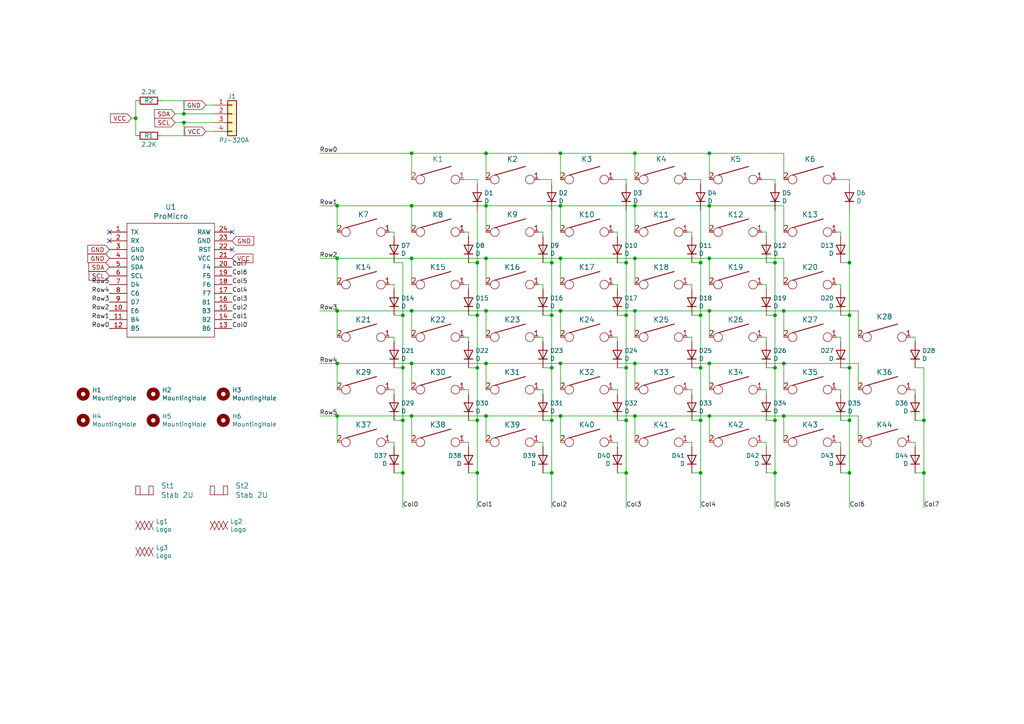
<source format=kicad_sch>
(kicad_sch (version 20230121) (generator eeschema)
  (paper "A4")
  (title_block (title "ErgoMax - Right side PCB") (date "2019-02-14") (company "Louwii"))
  (lib_symbols
    (symbol "Connector_Generic:Conn_01x04" (pin_names (offset 1.016) hide)
      (property "Reference" "J" (at 0 5.08 0))
      (property "Value" "Conn_01x04" (at 0 -7.62 0))
      (symbol "Conn_01x04_1_1"
        (pin passive line (at -5.08 2.54 0) (length 3.81) (name "Pin_1") (number "1"))
        (pin passive line (at -5.08 0 0) (length 3.81) (name "Pin_2") (number "2"))
        (pin passive line (at -5.08 -2.54 0) (length 3.81) (name "Pin_3") (number "3"))
        (pin passive line (at -5.08 -5.08 0) (length 3.81) (name "Pin_4") (number "4"))
      )
    )
    (symbol "Device:D" (pin_numbers hide) (pin_names (offset 1.016) hide)
      (property "Reference" "D" (at 0 2.54 0))
      (property "Value" "D" (at 0 -2.54 0))
      (symbol "D_1_1"
        (pin passive line (at -3.81 0 0) (length 2.54) (name "K") (number "1"))
        (pin passive line (at 3.81 0 180) (length 2.54) (name "A") (number "2"))
      )
    )
    (symbol "Device:R" (pin_numbers hide) (pin_names (offset 0))
      (property "Reference" "R" (at 2.032 0 90))
      (property "Value" "R" (at 0 0 90))
      (symbol "R_1_1"
        (pin passive line (at 0 3.81 270) (length 1.27) (name "~") (number "1"))
        (pin passive line (at 0 -3.81 90) (length 1.27) (name "~") (number "2"))
      )
    )
    (symbol "ErgoMax:Logo" (pin_names (offset 1.016))
      (property "Reference" "Lg" (at 0 -2.54 0))
      (property "Value" "ErgoMax_Logo" (at 0 2.54 0))
    )
    (symbol "ErgoMax:Stabilizer" (pin_names (offset 1.016))
      (property "Reference" "St" (at 0 -2.54 0))
      (property "Value" "ErgoMax_Stabilizer" (at 0 2.54 0))
    )
    (symbol "Mechanical:MountingHole" (pin_names (offset 1.016))
      (property "Reference" "H" (at 0 5.08 0))
      (property "Value" "MountingHole" (at 0 3.175 0))
    )
    (symbol "keyboard_parts:KEYSW" (pin_names (offset 1.016))
      (property "Reference" "K?" (at -1.27 0 0))
      (symbol "KEYSW_1_1"
        (pin passive line (at 7.62 0 180) (length 1.27) (name "~") (number "1"))
        (pin passive line (at -7.62 0 0) (length 1.27) (name "~") (number "2"))
      )
    )
    (symbol "promicro:ProMicro" (pin_names (offset 1.016))
      (property "Reference" "U" (at 0 24.13 0))
      (property "Value" "promicro_ProMicro" (at 0 -13.97 0))
      (symbol "ProMicro_1_1"
        (pin bidirectional line (at -17.78 19.05 0) (length 5.08) (name "TX") (number "1"))
        (pin bidirectional line (at -17.78 -3.81 0) (length 5.08) (name "E6") (number "10"))
        (pin bidirectional line (at -17.78 -6.35 0) (length 5.08) (name "B4") (number "11"))
        (pin bidirectional line (at -17.78 -8.89 0) (length 5.08) (name "B5") (number "12"))
        (pin bidirectional line (at 17.78 -8.89 180) (length 5.08) (name "B6") (number "13"))
        (pin bidirectional line (at 17.78 -6.35 180) (length 5.08) (name "B2") (number "14"))
        (pin bidirectional line (at 17.78 -3.81 180) (length 5.08) (name "B3") (number "15"))
        (pin bidirectional line (at 17.78 -1.27 180) (length 5.08) (name "B1") (number "16"))
        (pin bidirectional line (at 17.78 1.27 180) (length 5.08) (name "F7") (number "17"))
        (pin bidirectional line (at 17.78 3.81 180) (length 5.08) (name "F6") (number "18"))
        (pin bidirectional line (at 17.78 6.35 180) (length 5.08) (name "F5") (number "19"))
        (pin bidirectional line (at -17.78 16.51 0) (length 5.08) (name "RX") (number "2"))
        (pin bidirectional line (at 17.78 8.89 180) (length 5.08) (name "F4") (number "20"))
        (pin power_out line (at 17.78 11.43 180) (length 5.08) (name "VCC") (number "21"))
        (pin input line (at 17.78 13.97 180) (length 5.08) (name "RST") (number "22"))
        (pin power_in line (at 17.78 16.51 180) (length 5.08) (name "GND") (number "23"))
        (pin power_out line (at 17.78 19.05 180) (length 5.08) (name "RAW") (number "24"))
        (pin power_in line (at -17.78 13.97 0) (length 5.08) (name "GND") (number "3"))
        (pin power_in line (at -17.78 11.43 0) (length 5.08) (name "GND") (number "4"))
        (pin bidirectional line (at -17.78 8.89 0) (length 5.08) (name "SDA") (number "5"))
        (pin bidirectional line (at -17.78 6.35 0) (length 5.08) (name "SCL") (number "6"))
        (pin bidirectional line (at -17.78 3.81 0) (length 5.08) (name "D4") (number "7"))
        (pin bidirectional line (at -17.78 1.27 0) (length 5.08) (name "C6") (number "8"))
        (pin bidirectional line (at -17.78 -1.27 0) (length 5.08) (name "D7") (number "9"))
      )
    )
  )
  (junction (at 160.02 121.92))
  (junction (at 116.84 121.92))
  (junction (at 160.02 76.2))
  (junction (at 97.79 120.65))
  (junction (at 140.97 105.41))
  (junction (at 203.2 106.68))
  (junction (at 162.56 44.45))
  (junction (at 205.74 74.93))
  (junction (at 39.37 34.29))
  (junction (at 140.97 120.65))
  (junction (at 119.38 59.69))
  (junction (at 184.15 90.17))
  (junction (at 138.43 91.44))
  (junction (at 138.43 76.2))
  (junction (at 203.2 91.44))
  (junction (at 205.74 90.17))
  (junction (at 203.2 76.2))
  (junction (at 97.79 105.41))
  (junction (at 140.97 59.69))
  (junction (at 224.79 137.16))
  (junction (at 203.2 137.16))
  (junction (at 184.15 105.41))
  (junction (at 116.84 91.44))
  (junction (at 267.97 121.92))
  (junction (at 227.33 120.65))
  (junction (at 246.38 91.44))
  (junction (at 205.74 44.45))
  (junction (at 160.02 137.16))
  (junction (at 181.61 76.2))
  (junction (at 246.38 76.2))
  (junction (at 205.74 105.41))
  (junction (at 227.33 105.41))
  (junction (at 119.38 90.17))
  (junction (at 162.56 90.17))
  (junction (at 224.79 121.92))
  (junction (at 97.79 74.93))
  (junction (at 140.97 44.45))
  (junction (at 181.61 137.16))
  (junction (at 97.79 59.69))
  (junction (at 138.43 137.16))
  (junction (at 119.38 74.93))
  (junction (at 116.84 106.68))
  (junction (at 138.43 121.92))
  (junction (at 246.38 106.68))
  (junction (at 162.56 74.93))
  (junction (at 184.15 44.45))
  (junction (at 203.2 121.92))
  (junction (at 140.97 90.17))
  (junction (at 162.56 59.69))
  (junction (at 119.38 105.41))
  (junction (at 116.84 137.16))
  (junction (at 162.56 120.65))
  (junction (at 97.79 90.17))
  (junction (at 224.79 106.68))
  (junction (at 53.34 35.56))
  (junction (at 138.43 106.68))
  (junction (at 205.74 59.69))
  (junction (at 227.33 90.17))
  (junction (at 205.74 120.65))
  (junction (at 246.38 137.16))
  (junction (at 184.15 120.65))
  (junction (at 181.61 106.68))
  (junction (at 224.79 91.44))
  (junction (at 184.15 74.93))
  (junction (at 181.61 121.92))
  (junction (at 224.79 76.2))
  (junction (at 267.97 137.16))
  (junction (at 181.61 91.44))
  (junction (at 140.97 74.93))
  (junction (at 119.38 44.45))
  (junction (at 246.38 121.92))
  (junction (at 184.15 59.69))
  (junction (at 160.02 106.68))
  (junction (at 162.56 105.41))
  (junction (at 160.02 91.44))
  (junction (at 119.38 120.65))
  (junction (at 53.34 33.02))
  (no_connect (at 31.75 69.85))
  (no_connect (at 67.31 67.31))
  (no_connect (at 31.75 67.31))
  (no_connect (at 67.31 72.39))
  (wire (pts (xy 97.79 67.31) (xy 97.79 59.69)))
  (wire (pts (xy 135.89 128.27) (xy 135.89 129.54)))
  (wire (pts (xy 179.07 137.16) (xy 181.61 137.16)))
  (wire (pts (xy 243.84 76.2) (xy 246.38 76.2)))
  (wire (pts (xy 134.62 97.79) (xy 135.89 97.79)))
  (wire (pts (xy 222.25 82.55) (xy 222.25 83.82)))
  (wire (pts (xy 113.03 113.03) (xy 114.3 113.03)))
  (wire (pts (xy 224.79 121.92) (xy 224.79 137.16)))
  (wire (pts (xy 203.2 76.2) (xy 203.2 91.44)))
  (wire (pts (xy 222.25 121.92) (xy 224.79 121.92)))
  (wire (pts (xy 265.43 113.03) (xy 265.43 114.3)))
  (wire (pts (xy 113.03 97.79) (xy 114.3 97.79)))
  (wire (pts (xy 138.43 137.16) (xy 138.43 147.32)))
  (wire (pts (xy 140.97 120.65) (xy 119.38 120.65)))
  (wire (pts (xy 59.69 30.48) (xy 62.23 30.48)))
  (wire (pts (xy 246.38 76.2) (xy 246.38 91.44)))
  (wire (pts (xy 227.33 52.07) (xy 227.33 44.45)))
  (wire (pts (xy 267.97 106.68) (xy 267.97 121.92)))
  (wire (pts (xy 199.39 113.03) (xy 200.66 113.03)))
  (wire (pts (xy 265.43 128.27) (xy 265.43 129.54)))
  (wire (pts (xy 157.48 82.55) (xy 157.48 83.82)))
  (wire (pts (xy 184.15 82.55) (xy 184.15 74.93)))
  (wire (pts (xy 181.61 121.92) (xy 181.61 137.16)))
  (wire (pts (xy 140.97 113.03) (xy 140.97 105.41)))
  (wire (pts (xy 205.74 105.41) (xy 184.15 105.41)))
  (wire (pts (xy 184.15 97.79) (xy 184.15 90.17)))
  (wire (pts (xy 200.66 91.44) (xy 203.2 91.44)))
  (wire (pts (xy 181.61 106.68) (xy 181.61 121.92)))
  (wire (pts (xy 224.79 137.16) (xy 224.79 147.32)))
  (wire (pts (xy 135.89 106.68) (xy 138.43 106.68)))
  (wire (pts (xy 162.56 128.27) (xy 162.56 120.65)))
  (wire (pts (xy 179.07 97.79) (xy 179.07 99.06)))
  (wire (pts (xy 156.21 113.03) (xy 157.48 113.03)))
  (wire (pts (xy 157.48 137.16) (xy 160.02 137.16)))
  (wire (pts (xy 138.43 52.07) (xy 138.43 53.34)))
  (wire (pts (xy 157.48 91.44) (xy 160.02 91.44)))
  (wire (pts (xy 177.8 128.27) (xy 179.07 128.27)))
  (wire (pts (xy 46.99 29.21) (xy 53.34 29.21)))
  (wire (pts (xy 222.25 97.79) (xy 222.25 99.06)))
  (wire (pts (xy 222.25 67.31) (xy 222.25 68.58)))
  (wire (pts (xy 205.74 52.07) (xy 205.74 44.45)))
  (wire (pts (xy 184.15 59.69) (xy 162.56 59.69)))
  (wire (pts (xy 243.84 114.3) (xy 243.84 113.03)))
  (wire (pts (xy 200.66 82.55) (xy 200.66 83.82)))
  (wire (pts (xy 135.89 113.03) (xy 135.89 114.3)))
  (wire (pts (xy 134.62 128.27) (xy 135.89 128.27)))
  (wire (pts (xy 220.98 97.79) (xy 222.25 97.79)))
  (wire (pts (xy 160.02 106.68) (xy 160.02 121.92)))
  (wire (pts (xy 267.97 121.92) (xy 267.97 137.16)))
  (wire (pts (xy 243.84 137.16) (xy 246.38 137.16)))
  (wire (pts (xy 97.79 97.79) (xy 97.79 90.17)))
  (wire (pts (xy 140.97 67.31) (xy 140.97 59.69)))
  (wire (pts (xy 184.15 120.65) (xy 162.56 120.65)))
  (wire (pts (xy 157.48 128.27) (xy 157.48 129.54)))
  (wire (pts (xy 184.15 113.03) (xy 184.15 105.41)))
  (wire (pts (xy 205.74 67.31) (xy 205.74 59.69)))
  (wire (pts (xy 113.03 67.31) (xy 114.3 67.31)))
  (wire (pts (xy 135.89 91.44) (xy 138.43 91.44)))
  (wire (pts (xy 265.43 106.68) (xy 267.97 106.68)))
  (wire (pts (xy 53.34 39.37) (xy 53.34 35.56)))
  (wire (pts (xy 113.03 128.27) (xy 114.3 128.27)))
  (wire (pts (xy 53.34 35.56) (xy 62.23 35.56)))
  (wire (pts (xy 114.3 82.55) (xy 114.3 83.82)))
  (wire (pts (xy 97.79 120.65) (xy 92.71 120.65)))
  (wire (pts (xy 140.97 59.69) (xy 162.56 59.69)))
  (wire (pts (xy 160.02 76.2) (xy 160.02 91.44)))
  (wire (pts (xy 248.92 120.65) (xy 227.33 120.65)))
  (wire (pts (xy 246.38 91.44) (xy 246.38 106.68)))
  (wire (pts (xy 220.98 128.27) (xy 222.25 128.27)))
  (wire (pts (xy 243.84 106.68) (xy 246.38 106.68)))
  (wire (pts (xy 162.56 82.55) (xy 162.56 74.93)))
  (wire (pts (xy 243.84 99.06) (xy 243.84 97.79)))
  (wire (pts (xy 220.98 113.03) (xy 222.25 113.03)))
  (wire (pts (xy 160.02 137.16) (xy 160.02 147.32)))
  (wire (pts (xy 205.74 44.45) (xy 184.15 44.45)))
  (wire (pts (xy 116.84 91.44) (xy 116.84 106.68)))
  (wire (pts (xy 246.38 60.96) (xy 246.38 76.2)))
  (wire (pts (xy 162.56 113.03) (xy 162.56 105.41)))
  (wire (pts (xy 97.79 59.69) (xy 119.38 59.69)))
  (wire (pts (xy 227.33 105.41) (xy 205.74 105.41)))
  (wire (pts (xy 179.07 121.92) (xy 181.61 121.92)))
  (wire (pts (xy 248.92 128.27) (xy 248.92 120.65)))
  (wire (pts (xy 203.2 121.92) (xy 203.2 137.16)))
  (wire (pts (xy 134.62 113.03) (xy 135.89 113.03)))
  (wire (pts (xy 157.48 106.68) (xy 160.02 106.68)))
  (wire (pts (xy 156.21 128.27) (xy 157.48 128.27)))
  (wire (pts (xy 177.8 97.79) (xy 179.07 97.79)))
  (wire (pts (xy 220.98 52.07) (xy 224.79 52.07)))
  (wire (pts (xy 220.98 82.55) (xy 222.25 82.55)))
  (wire (pts (xy 179.07 128.27) (xy 179.07 129.54)))
  (wire (pts (xy 243.84 68.58) (xy 243.84 67.31)))
  (wire (pts (xy 138.43 76.2) (xy 138.43 91.44)))
  (wire (pts (xy 246.38 52.07) (xy 246.38 53.34)))
  (wire (pts (xy 199.39 52.07) (xy 203.2 52.07)))
  (wire (pts (xy 157.48 121.92) (xy 160.02 121.92)))
  (wire (pts (xy 265.43 97.79) (xy 265.43 99.06)))
  (wire (pts (xy 205.74 97.79) (xy 205.74 90.17)))
  (wire (pts (xy 97.79 90.17) (xy 92.71 90.17)))
  (wire (pts (xy 119.38 113.03) (xy 119.38 105.41)))
  (wire (pts (xy 97.79 113.03) (xy 97.79 105.41)))
  (wire (pts (xy 156.21 82.55) (xy 157.48 82.55)))
  (wire (pts (xy 157.48 67.31) (xy 157.48 68.58)))
  (wire (pts (xy 177.8 113.03) (xy 179.07 113.03)))
  (wire (pts (xy 92.71 59.69) (xy 97.79 59.69)))
  (wire (pts (xy 135.89 82.55) (xy 135.89 83.82)))
  (wire (pts (xy 140.97 52.07) (xy 140.97 44.45)))
  (wire (pts (xy 264.16 97.79) (xy 265.43 97.79)))
  (wire (pts (xy 184.15 74.93) (xy 162.56 74.93)))
  (wire (pts (xy 205.74 113.03) (xy 205.74 105.41)))
  (wire (pts (xy 222.25 137.16) (xy 224.79 137.16)))
  (wire (pts (xy 181.61 53.34) (xy 181.61 52.07)))
  (wire (pts (xy 200.66 97.79) (xy 200.66 99.06)))
  (wire (pts (xy 162.56 74.93) (xy 140.97 74.93)))
  (wire (pts (xy 184.15 67.31) (xy 184.15 59.69)))
  (wire (pts (xy 140.97 90.17) (xy 119.38 90.17)))
  (wire (pts (xy 199.39 67.31) (xy 200.66 67.31)))
  (wire (pts (xy 135.89 67.31) (xy 135.89 68.58)))
  (wire (pts (xy 134.62 52.07) (xy 138.43 52.07)))
  (wire (pts (xy 205.74 128.27) (xy 205.74 120.65)))
  (wire (pts (xy 203.2 137.16) (xy 203.2 147.32)))
  (wire (pts (xy 203.2 91.44) (xy 203.2 106.68)))
  (wire (pts (xy 227.33 97.79) (xy 227.33 90.17)))
  (wire (pts (xy 135.89 97.79) (xy 135.89 99.06)))
  (wire (pts (xy 157.48 113.03) (xy 157.48 114.3)))
  (wire (pts (xy 134.62 67.31) (xy 135.89 67.31)))
  (wire (pts (xy 53.34 33.02) (xy 62.23 33.02)))
  (wire (pts (xy 184.15 128.27) (xy 184.15 120.65)))
  (wire (pts (xy 135.89 121.92) (xy 138.43 121.92)))
  (wire (pts (xy 181.61 137.16) (xy 181.61 147.32)))
  (wire (pts (xy 138.43 106.68) (xy 138.43 121.92)))
  (wire (pts (xy 265.43 121.92) (xy 267.97 121.92)))
  (wire (pts (xy 199.39 97.79) (xy 200.66 97.79)))
  (wire (pts (xy 200.66 113.03) (xy 200.66 114.3)))
  (wire (pts (xy 242.57 52.07) (xy 246.38 52.07)))
  (wire (pts (xy 50.8 35.56) (xy 53.34 35.56)))
  (wire (pts (xy 46.99 39.37) (xy 53.34 39.37)))
  (wire (pts (xy 135.89 137.16) (xy 138.43 137.16)))
  (wire (pts (xy 242.57 67.31) (xy 243.84 67.31)))
  (wire (pts (xy 135.89 76.2) (xy 138.43 76.2)))
  (wire (pts (xy 138.43 60.96) (xy 138.43 76.2)))
  (wire (pts (xy 113.03 82.55) (xy 114.3 82.55)))
  (wire (pts (xy 199.39 82.55) (xy 200.66 82.55)))
  (wire (pts (xy 181.61 91.44) (xy 181.61 106.68)))
  (wire (pts (xy 114.3 91.44) (xy 116.84 91.44)))
  (wire (pts (xy 119.38 97.79) (xy 119.38 90.17)))
  (wire (pts (xy 179.07 113.03) (xy 179.07 114.3)))
  (wire (pts (xy 160.02 121.92) (xy 160.02 137.16)))
  (wire (pts (xy 162.56 52.07) (xy 162.56 44.45)))
  (wire (pts (xy 227.33 59.69) (xy 205.74 59.69)))
  (wire (pts (xy 200.66 67.31) (xy 200.66 68.58)))
  (wire (pts (xy 114.3 137.16) (xy 116.84 137.16)))
  (wire (pts (xy 138.43 91.44) (xy 138.43 106.68)))
  (wire (pts (xy 222.25 76.2) (xy 224.79 76.2)))
  (wire (pts (xy 184.15 44.45) (xy 162.56 44.45)))
  (wire (pts (xy 264.16 128.27) (xy 265.43 128.27)))
  (wire (pts (xy 264.16 113.03) (xy 265.43 113.03)))
  (wire (pts (xy 246.38 137.16) (xy 246.38 147.32)))
  (wire (pts (xy 97.79 74.93) (xy 92.71 74.93)))
  (wire (pts (xy 205.74 74.93) (xy 184.15 74.93)))
  (wire (pts (xy 119.38 67.31) (xy 119.38 59.69)))
  (wire (pts (xy 243.84 121.92) (xy 246.38 121.92)))
  (wire (pts (xy 38.1 34.29) (xy 39.37 34.29)))
  (wire (pts (xy 200.66 121.92) (xy 203.2 121.92)))
  (wire (pts (xy 59.69 38.1) (xy 62.23 38.1)))
  (wire (pts (xy 97.79 105.41) (xy 92.71 105.41)))
  (wire (pts (xy 114.3 128.27) (xy 114.3 129.54)))
  (wire (pts (xy 265.43 137.16) (xy 267.97 137.16)))
  (wire (pts (xy 177.8 67.31) (xy 179.07 67.31)))
  (wire (pts (xy 92.71 44.45) (xy 119.38 44.45)))
  (wire (pts (xy 242.57 97.79) (xy 243.84 97.79)))
  (wire (pts (xy 200.66 106.68) (xy 203.2 106.68)))
  (wire (pts (xy 200.66 128.27) (xy 200.66 129.54)))
  (wire (pts (xy 119.38 82.55) (xy 119.38 74.93)))
  (wire (pts (xy 243.84 129.54) (xy 243.84 128.27)))
  (wire (pts (xy 227.33 120.65) (xy 205.74 120.65)))
  (wire (pts (xy 97.79 82.55) (xy 97.79 74.93)))
  (wire (pts (xy 246.38 106.68) (xy 246.38 121.92)))
  (wire (pts (xy 242.57 128.27) (xy 243.84 128.27)))
  (wire (pts (xy 39.37 34.29) (xy 39.37 29.21)))
  (wire (pts (xy 179.07 82.55) (xy 179.07 83.82)))
  (wire (pts (xy 53.34 29.21) (xy 53.34 33.02)))
  (wire (pts (xy 114.3 76.2) (xy 116.84 76.2)))
  (wire (pts (xy 114.3 121.92) (xy 116.84 121.92)))
  (wire (pts (xy 203.2 52.07) (xy 203.2 53.34)))
  (wire (pts (xy 119.38 74.93) (xy 97.79 74.93)))
  (wire (pts (xy 39.37 34.29) (xy 39.37 39.37)))
  (wire (pts (xy 199.39 128.27) (xy 200.66 128.27)))
  (wire (pts (xy 205.74 82.55) (xy 205.74 74.93)))
  (wire (pts (xy 267.97 137.16) (xy 267.97 147.32)))
  (wire (pts (xy 222.25 128.27) (xy 222.25 129.54)))
  (wire (pts (xy 157.48 97.79) (xy 157.48 99.06)))
  (wire (pts (xy 177.8 82.55) (xy 179.07 82.55)))
  (wire (pts (xy 156.21 97.79) (xy 157.48 97.79)))
  (wire (pts (xy 205.74 120.65) (xy 184.15 120.65)))
  (wire (pts (xy 114.3 113.03) (xy 114.3 114.3)))
  (wire (pts (xy 222.25 106.68) (xy 224.79 106.68)))
  (wire (pts (xy 162.56 105.41) (xy 140.97 105.41)))
  (wire (pts (xy 248.92 113.03) (xy 248.92 105.41)))
  (wire (pts (xy 242.57 82.55) (xy 243.84 82.55)))
  (wire (pts (xy 162.56 44.45) (xy 140.97 44.45)))
  (wire (pts (xy 156.21 67.31) (xy 157.48 67.31)))
  (wire (pts (xy 248.92 97.79) (xy 248.92 90.17)))
  (wire (pts (xy 119.38 59.69) (xy 140.97 59.69)))
  (wire (pts (xy 200.66 137.16) (xy 203.2 137.16)))
  (wire (pts (xy 203.2 106.68) (xy 203.2 121.92)))
  (wire (pts (xy 162.56 67.31) (xy 162.56 59.69)))
  (wire (pts (xy 203.2 60.96) (xy 203.2 76.2)))
  (wire (pts (xy 116.84 137.16) (xy 116.84 147.32)))
  (wire (pts (xy 224.79 60.96) (xy 224.79 76.2)))
  (wire (pts (xy 162.56 97.79) (xy 162.56 90.17)))
  (wire (pts (xy 134.62 82.55) (xy 135.89 82.55)))
  (wire (pts (xy 205.74 90.17) (xy 184.15 90.17)))
  (wire (pts (xy 243.84 91.44) (xy 246.38 91.44)))
  (wire (pts (xy 242.57 113.03) (xy 243.84 113.03)))
  (wire (pts (xy 200.66 76.2) (xy 203.2 76.2)))
  (wire (pts (xy 114.3 97.79) (xy 114.3 99.06)))
  (wire (pts (xy 119.38 105.41) (xy 97.79 105.41)))
  (wire (pts (xy 114.3 67.31) (xy 114.3 68.58)))
  (wire (pts (xy 119.38 44.45) (xy 140.97 44.45)))
  (wire (pts (xy 119.38 90.17) (xy 97.79 90.17)))
  (wire (pts (xy 184.15 52.07) (xy 184.15 44.45)))
  (wire (pts (xy 184.15 90.17) (xy 162.56 90.17)))
  (wire (pts (xy 227.33 113.03) (xy 227.33 105.41)))
  (wire (pts (xy 181.61 52.07) (xy 177.8 52.07)))
  (wire (pts (xy 224.79 52.07) (xy 224.79 53.34)))
  (wire (pts (xy 119.38 128.27) (xy 119.38 120.65)))
  (wire (pts (xy 224.79 106.68) (xy 224.79 121.92)))
  (wire (pts (xy 205.74 59.69) (xy 184.15 59.69)))
  (wire (pts (xy 224.79 76.2) (xy 224.79 91.44)))
  (wire (pts (xy 181.61 76.2) (xy 181.61 91.44)))
  (wire (pts (xy 222.25 91.44) (xy 224.79 91.44)))
  (wire (pts (xy 140.97 105.41) (xy 119.38 105.41)))
  (wire (pts (xy 227.33 74.93) (xy 205.74 74.93)))
  (wire (pts (xy 220.98 67.31) (xy 222.25 67.31)))
  (wire (pts (xy 162.56 90.17) (xy 140.97 90.17)))
  (wire (pts (xy 116.84 121.92) (xy 116.84 137.16)))
  (wire (pts (xy 179.07 67.31) (xy 179.07 68.58)))
  (wire (pts (xy 248.92 105.41) (xy 227.33 105.41)))
  (wire (pts (xy 227.33 44.45) (xy 205.74 44.45)))
  (wire (pts (xy 116.84 76.2) (xy 116.84 91.44)))
  (wire (pts (xy 140.97 97.79) (xy 140.97 90.17)))
  (wire (pts (xy 179.07 91.44) (xy 181.61 91.44)))
  (wire (pts (xy 157.48 76.2) (xy 160.02 76.2)))
  (wire (pts (xy 116.84 106.68) (xy 116.84 121.92)))
  (wire (pts (xy 140.97 82.55) (xy 140.97 74.93)))
  (wire (pts (xy 119.38 120.65) (xy 97.79 120.65)))
  (wire (pts (xy 246.38 121.92) (xy 246.38 137.16)))
  (wire (pts (xy 184.15 105.41) (xy 162.56 105.41)))
  (wire (pts (xy 222.25 113.03) (xy 222.25 114.3)))
  (wire (pts (xy 160.02 91.44) (xy 160.02 106.68)))
  (wire (pts (xy 224.79 91.44) (xy 224.79 106.68)))
  (wire (pts (xy 179.07 76.2) (xy 181.61 76.2)))
  (wire (pts (xy 50.8 33.02) (xy 53.34 33.02)))
  (wire (pts (xy 181.61 60.96) (xy 181.61 76.2)))
  (wire (pts (xy 227.33 67.31) (xy 227.33 59.69)))
  (wire (pts (xy 119.38 52.07) (xy 119.38 44.45)))
  (wire (pts (xy 140.97 128.27) (xy 140.97 120.65)))
  (wire (pts (xy 227.33 90.17) (xy 205.74 90.17)))
  (wire (pts (xy 140.97 74.93) (xy 119.38 74.93)))
  (wire (pts (xy 227.33 82.55) (xy 227.33 74.93)))
  (wire (pts (xy 156.21 52.07) (xy 160.02 52.07)))
  (wire (pts (xy 179.07 106.68) (xy 181.61 106.68)))
  (wire (pts (xy 243.84 83.82) (xy 243.84 82.55)))
  (wire (pts (xy 227.33 128.27) (xy 227.33 120.65)))
  (wire (pts (xy 248.92 90.17) (xy 227.33 90.17)))
  (wire (pts (xy 162.56 120.65) (xy 140.97 120.65)))
  (wire (pts (xy 114.3 106.68) (xy 116.84 106.68)))
  (wire (pts (xy 97.79 128.27) (xy 97.79 120.65)))
  (wire (pts (xy 160.02 52.07) (xy 160.02 53.34)))
  (wire (pts (xy 160.02 60.96) (xy 160.02 76.2)))
  (wire (pts (xy 138.43 121.92) (xy 138.43 137.16)))
  (label "Row4" (at 92.71 105.41 0))
  (label "Col3" (at 181.61 147.32 0))
  (label "Row5" (at 31.75 82.55 180))
  (label "Col0" (at 116.84 147.32 0))
  (label "Col0" (at 67.31 95.25 0))
  (label "Col1" (at 138.43 147.32 0))
  (label "Row3" (at 92.71 90.17 0))
  (label "Row2" (at 31.75 90.17 180))
  (label "Col2" (at 67.31 90.17 0))
  (label "Row3" (at 31.75 87.63 180))
  (label "Col4" (at 203.2 147.32 0))
  (label "Col5" (at 67.31 82.55 0))
  (label "Row0" (at 92.71 44.45 0))
  (label "Col6" (at 67.31 80.01 0))
  (label "Col7" (at 67.31 77.47 0))
  (label "Row1" (at 31.75 92.71 180))
  (label "Row1" (at 92.71 59.69 0))
  (label "Row0" (at 31.75 95.25 180))
  (label "Col5" (at 224.79 147.32 0))
  (label "Col4" (at 67.31 85.09 0))
  (label "Row5" (at 92.71 120.65 0))
  (label "Row4" (at 31.75 85.09 180))
  (label "Col3" (at 67.31 87.63 0))
  (label "Col6" (at 246.38 147.32 0))
  (label "Row2" (at 92.71 74.93 0))
  (label "Col7" (at 267.97 147.32 0))
  (label "Col1" (at 67.31 92.71 0))
  (label "Col2" (at 160.02 147.32 0))
  (global_label "SDA" (shape input) (at 50.8 33.02 180) (property "Intersheetrefs" "${INTERSHEET_REFS}" (effects hide)))
  (global_label "VCC" (shape input) (at 67.31 74.93 0) (property "Intersheetrefs" "${INTERSHEET_REFS}" (effects hide)))
  (global_label "GND" (shape input) (at 31.75 74.93 180) (property "Intersheetrefs" "${INTERSHEET_REFS}" (effects hide)))
  (global_label "GND" (shape input) (at 59.69 30.48 180) (property "Intersheetrefs" "${INTERSHEET_REFS}" (effects hide)))
  (global_label "SDA" (shape input) (at 31.75 77.47 180) (property "Intersheetrefs" "${INTERSHEET_REFS}" (effects hide)))
  (global_label "GND" (shape input) (at 31.75 72.39 180) (property "Intersheetrefs" "${INTERSHEET_REFS}" (effects hide)))
  (global_label "VCC" (shape input) (at 38.1 34.29 180) (property "Intersheetrefs" "${INTERSHEET_REFS}" (effects hide)))
  (global_label "GND" (shape input) (at 67.31 69.85 0) (property "Intersheetrefs" "${INTERSHEET_REFS}" (effects hide)))
  (global_label "VCC" (shape input) (at 59.69 38.1 180) (property "Intersheetrefs" "${INTERSHEET_REFS}" (effects hide)))
  (global_label "SCL" (shape input) (at 31.75 80.01 180) (property "Intersheetrefs" "${INTERSHEET_REFS}" (effects hide)))
  (global_label "SCL" (shape input) (at 50.8 35.56 180) (property "Intersheetrefs" "${INTERSHEET_REFS}" (effects hide)))
  (symbol (lib_id "promicro:ProMicro") (at 49.53 86.36 0) (unit 1) (in_bom no)
    (property "Reference" "U1" (at 49.53 60.0202 0) (effects (font (size 1.524 1.524))))
    (property "Value" "ProMicro" (at 49.53 62.7126 0) (effects (font (size 1.524 1.524))))
    (property "Footprint" "promicro:ProMicro" (effects hide))
  )
  (symbol (lib_id "keyboard_parts:KEYSW") (at 127 52.07 0) (unit 1)
    (property "Reference" "K1" (at 127 46.1518 0) (effects (font (size 1.524 1.524))))
    (property "Value" "F12" (effects hide))
    (property "Footprint" "ErgoMax:Kailh_MX_Socket" (effects hide))
    (property "LCSC" "C5184526" (effects hide))
  )
  (symbol (lib_id "keyboard_parts:KEYSW") (at 148.59 52.07 0) (unit 1)
    (property "Reference" "K2" (at 148.59 46.1518 0) (effects (font (size 1.524 1.524))))
    (property "Value" "F11" (effects hide))
    (property "Footprint" "ErgoMax:Kailh_MX_Socket" (effects hide))
    (property "LCSC" "C5184526" (effects hide))
  )
  (symbol (lib_id "keyboard_parts:KEYSW") (at 170.18 52.07 0) (unit 1)
    (property "Reference" "K3" (at 170.18 46.1518 0) (effects (font (size 1.524 1.524))))
    (property "Value" "F10" (effects hide))
    (property "Footprint" "ErgoMax:Kailh_MX_Socket" (effects hide))
    (property "LCSC" "C5184526" (effects hide))
  )
  (symbol (lib_id "keyboard_parts:KEYSW") (at 191.77 52.07 0) (unit 1)
    (property "Reference" "K4" (at 191.77 46.1518 0) (effects (font (size 1.524 1.524))))
    (property "Value" "F9" (effects hide))
    (property "Footprint" "ErgoMax:Kailh_MX_Socket" (effects hide))
    (property "LCSC" "C5184526" (effects hide))
  )
  (symbol (lib_id "keyboard_parts:KEYSW") (at 213.36 52.07 0) (unit 1)
    (property "Reference" "K5" (at 213.36 46.1518 0) (effects (font (size 1.524 1.524))))
    (property "Value" "F8" (effects hide))
    (property "Footprint" "ErgoMax:Kailh_MX_Socket" (effects hide))
    (property "LCSC" "C5184526" (effects hide))
  )
  (symbol (lib_id "keyboard_parts:KEYSW") (at 234.95 52.07 0) (unit 1)
    (property "Reference" "K6" (at 234.95 46.1518 0) (effects (font (size 1.524 1.524))))
    (property "Value" "F7" (effects hide))
    (property "Footprint" "ErgoMax:Kailh_MX_Socket" (effects hide))
    (property "LCSC" "C5184526" (effects hide))
  )
  (symbol (lib_id "Device:D") (at 138.43 57.15 90) (unit 1)
    (property "Reference" "D1" (at 140.4366 55.9816 90) (effects (justify right)))
    (property "Value" "D" (at 140.4366 58.293 90) (effects (justify right)))
    (property "Footprint" "Diode_SMD:D_SOD-123" (effects hide))
    (property "LCSC" "C2972760" (effects hide))
  )
  (symbol (lib_id "keyboard_parts:KEYSW") (at 127 67.31 0) (unit 1)
    (property "Reference" "K8" (at 127 62.23 0) (effects (font (size 1.524 1.524))))
    (property "Value" "0 )" (effects hide))
    (property "Footprint" "ErgoMax:Kailh_MX_Socket" (effects hide))
    (property "LCSC" "C5184526" (effects hide))
  )
  (symbol (lib_id "Device:D") (at 160.02 57.15 90) (unit 1)
    (property "Reference" "D2" (at 162.0266 55.9816 90) (effects (justify right)))
    (property "Value" "D" (at 162.0266 58.293 90) (effects (justify right)))
    (property "Footprint" "Diode_SMD:D_SOD-123" (effects hide))
    (property "LCSC" "C2972760" (effects hide))
  )
  (symbol (lib_id "keyboard_parts:KEYSW") (at 105.41 67.31 0) (unit 1)
    (property "Reference" "K7" (at 105.41 62.23 0) (effects (font (size 1.524 1.524))))
    (property "Value" "K7" (effects hide))
    (property "Footprint" "ErgoMax:Kailh_MX_Socket" (effects hide))
    (property "LCSC" "C5184526" (effects hide))
  )
  (symbol (lib_id "Device:D") (at 181.61 57.15 90) (unit 1)
    (property "Reference" "D3" (at 183.6166 55.9816 90) (effects (justify right)))
    (property "Value" "D" (at 183.6166 58.293 90) (effects (justify right)))
    (property "Footprint" "Diode_SMD:D_SOD-123" (effects hide))
    (property "LCSC" "C2972760" (effects hide))
  )
  (symbol (lib_id "Device:D") (at 203.2 57.15 90) (unit 1)
    (property "Reference" "D4" (at 205.2066 55.9816 90) (effects (justify right)))
    (property "Value" "D" (at 205.2066 58.293 90) (effects (justify right)))
    (property "Footprint" "Diode_SMD:D_SOD-123" (effects hide))
    (property "LCSC" "C2972760" (effects hide))
  )
  (symbol (lib_id "Device:D") (at 224.79 57.15 90) (unit 1)
    (property "Reference" "D5" (at 226.7966 55.9816 90) (effects (justify right)))
    (property "Value" "D" (at 226.7966 58.293 90) (effects (justify right)))
    (property "Footprint" "Diode_SMD:D_SOD-123" (effects hide))
    (property "LCSC" "C2972760" (effects hide))
  )
  (symbol (lib_id "Device:D") (at 246.38 57.15 90) (unit 1)
    (property "Reference" "D6" (at 248.3866 55.9816 90) (effects (justify right)))
    (property "Value" "D" (at 248.3866 58.293 90) (effects (justify right)))
    (property "Footprint" "Diode_SMD:D_SOD-123" (effects hide))
    (property "LCSC" "C2972760" (effects hide))
  )
  (symbol (lib_id "keyboard_parts:KEYSW") (at 148.59 67.31 0) (unit 1)
    (property "Reference" "K9" (at 148.59 62.23 0) (effects (font (size 1.524 1.524))))
    (property "Value" "9 (" (effects hide))
    (property "Footprint" "ErgoMax:Kailh_MX_Socket" (effects hide))
    (property "LCSC" "C5184526" (effects hide))
  )
  (symbol (lib_id "keyboard_parts:KEYSW") (at 170.18 67.31 0) (unit 1)
    (property "Reference" "K10" (at 170.18 62.23 0) (effects (font (size 1.524 1.524))))
    (property "Value" "8 *" (effects hide))
    (property "Footprint" "ErgoMax:Kailh_MX_Socket" (effects hide))
    (property "LCSC" "C5184526" (effects hide))
  )
  (symbol (lib_id "keyboard_parts:KEYSW") (at 191.77 67.31 0) (unit 1)
    (property "Reference" "K11" (at 191.77 62.23 0) (effects (font (size 1.524 1.524))))
    (property "Value" "7 &" (effects hide))
    (property "Footprint" "ErgoMax:Kailh_MX_Socket" (effects hide))
    (property "LCSC" "C5184526" (effects hide))
  )
  (symbol (lib_id "keyboard_parts:KEYSW") (at 213.36 67.31 0) (unit 1)
    (property "Reference" "K12" (at 213.36 62.23 0) (effects (font (size 1.524 1.524))))
    (property "Value" "6 ^" (effects hide))
    (property "Footprint" "ErgoMax:Kailh_MX_Socket" (effects hide))
    (property "LCSC" "C5184526" (effects hide))
  )
  (symbol (lib_id "keyboard_parts:KEYSW") (at 234.95 67.31 0) (unit 1)
    (property "Reference" "K13" (at 234.95 62.23 0) (effects (font (size 1.524 1.524))))
    (property "Value" "K13" (effects hide))
    (property "Footprint" "ErgoMax:Kailh_MX_Socket" (effects hide))
    (property "LCSC" "C5184526" (effects hide))
  )
  (symbol (lib_id "Device:D") (at 135.89 72.39 90) (unit 1)
    (property "Reference" "D8" (at 137.8966 71.2216 90) (effects (justify right)))
    (property "Value" "D" (at 137.8966 73.533 90) (effects (justify right)))
    (property "Footprint" "Diode_SMD:D_SOD-123" (effects hide))
    (property "LCSC" "C2972760" (effects hide))
  )
  (symbol (lib_id "Device:D") (at 157.48 72.39 90) (unit 1)
    (property "Reference" "D9" (at 159.4866 71.2216 90) (effects (justify right)))
    (property "Value" "D" (at 159.4866 73.533 90) (effects (justify right)))
    (property "Footprint" "Diode_SMD:D_SOD-123" (effects hide))
    (property "LCSC" "C2972760" (effects hide))
  )
  (symbol (lib_id "Device:D") (at 179.07 72.39 90) (unit 1)
    (property "Reference" "D10" (at 181.0766 71.2216 90) (effects (justify right)))
    (property "Value" "D" (at 181.0766 73.533 90) (effects (justify right)))
    (property "Footprint" "Diode_SMD:D_SOD-123" (effects hide))
    (property "LCSC" "C2972760" (effects hide))
  )
  (symbol (lib_id "Device:D") (at 200.66 72.39 90) (unit 1)
    (property "Reference" "D11" (at 202.6666 71.2216 90) (effects (justify right)))
    (property "Value" "D" (at 202.6666 73.533 90) (effects (justify right)))
    (property "Footprint" "Diode_SMD:D_SOD-123" (effects hide))
    (property "LCSC" "C2972760" (effects hide))
  )
  (symbol (lib_id "Device:D") (at 222.25 72.39 90) (unit 1)
    (property "Reference" "D12" (at 224.2566 71.2216 90) (effects (justify right)))
    (property "Value" "D" (at 224.2566 73.533 90) (effects (justify right)))
    (property "Footprint" "Diode_SMD:D_SOD-123" (effects hide))
    (property "LCSC" "C2972760" (effects hide))
  )
  (symbol (lib_id "Device:D") (at 243.84 72.39 90) (unit 1)
    (property "Reference" "D13" (at 241.8588 71.2216 90) (effects (justify left)))
    (property "Value" "D" (at 241.8588 73.533 90) (effects (justify left)))
    (property "Footprint" "Diode_SMD:D_SOD-123" (effects hide))
    (property "LCSC" "C2972760" (effects hide))
  )
  (symbol (lib_id "Device:D") (at 114.3 72.39 90) (unit 1)
    (property "Reference" "D7" (at 116.3066 71.2216 90) (effects (justify right)))
    (property "Value" "D" (at 116.3066 73.533 90) (effects (justify right)))
    (property "Footprint" "Diode_SMD:D_SOD-123" (effects hide))
    (property "LCSC" "C2972760" (effects hide))
  )
  (symbol (lib_id "Connector_Generic:Conn_01x04") (at 67.31 33.02 0) (unit 1)
    (property "Reference" "J1" (at 66.04 27.94 0) (effects (justify left)))
    (property "Value" "PJ-320A" (at 63.5 40.64 0) (effects (justify left)))
    (property "Footprint" "Keebio-Parts:TRRS-PJ-320A-no-Fmask" (effects hide))
  )
  (symbol (lib_id "keyboard_parts:KEYSW") (at 127 82.55 0) (unit 1)
    (property "Reference" "K15" (at 127 77.47 0) (effects (font (size 1.524 1.524))))
    (property "Value" "P" (effects hide))
    (property "Footprint" "ErgoMax:Kailh_MX_Socket" (effects hide))
    (property "LCSC" "C5184526" (effects hide))
  )
  (symbol (lib_id "keyboard_parts:KEYSW") (at 105.41 82.55 0) (unit 1)
    (property "Reference" "K14" (at 105.41 77.47 0) (effects (font (size 1.524 1.524))))
    (property "Value" "K14" (effects hide))
    (property "Footprint" "ErgoMax:Kailh_MX_Socket" (effects hide))
    (property "LCSC" "C5184526" (effects hide))
  )
  (symbol (lib_id "keyboard_parts:KEYSW") (at 148.59 82.55 0) (unit 1)
    (property "Reference" "K16" (at 148.59 77.47 0) (effects (font (size 1.524 1.524))))
    (property "Value" "O" (effects hide))
    (property "Footprint" "ErgoMax:Kailh_MX_Socket" (effects hide))
    (property "LCSC" "C5184526" (effects hide))
  )
  (symbol (lib_id "keyboard_parts:KEYSW") (at 170.18 82.55 0) (unit 1)
    (property "Reference" "K17" (at 170.18 77.47 0) (effects (font (size 1.524 1.524))))
    (property "Value" "I" (effects hide))
    (property "Footprint" "ErgoMax:Kailh_MX_Socket" (effects hide))
    (property "LCSC" "C5184526" (effects hide))
  )
  (symbol (lib_id "keyboard_parts:KEYSW") (at 191.77 82.55 0) (unit 1)
    (property "Reference" "K18" (at 191.77 77.47 0) (effects (font (size 1.524 1.524))))
    (property "Value" "U" (effects hide))
    (property "Footprint" "ErgoMax:Kailh_MX_Socket" (effects hide))
    (property "LCSC" "C5184526" (effects hide))
  )
  (symbol (lib_id "keyboard_parts:KEYSW") (at 213.36 82.55 0) (unit 1)
    (property "Reference" "K19" (at 213.36 77.47 0) (effects (font (size 1.524 1.524))))
    (property "Value" "Y" (effects hide))
    (property "Footprint" "ErgoMax:Kailh_MX_Socket" (effects hide))
    (property "LCSC" "C5184526" (effects hide))
  )
  (symbol (lib_id "keyboard_parts:KEYSW") (at 234.95 82.55 0) (unit 1)
    (property "Reference" "K20" (at 234.95 77.47 0) (effects (font (size 1.524 1.524))))
    (property "Value" "K20" (effects hide))
    (property "Footprint" "ErgoMax:Kailh_MX_Socket" (effects hide))
    (property "LCSC" "C5184526" (effects hide))
  )
  (symbol (lib_id "Device:D") (at 135.89 87.63 90) (unit 1)
    (property "Reference" "D15" (at 137.8966 86.4616 90) (effects (justify right)))
    (property "Value" "D" (at 137.8966 88.773 90) (effects (justify right)))
    (property "Footprint" "Diode_SMD:D_SOD-123" (effects hide))
    (property "LCSC" "C2972760" (effects hide))
  )
  (symbol (lib_id "Device:D") (at 157.48 87.63 90) (unit 1)
    (property "Reference" "D16" (at 159.4866 86.4616 90) (effects (justify right)))
    (property "Value" "D" (at 159.4866 88.773 90) (effects (justify right)))
    (property "Footprint" "Diode_SMD:D_SOD-123" (effects hide))
    (property "LCSC" "C2972760" (effects hide))
  )
  (symbol (lib_id "Device:D") (at 179.07 87.63 90) (unit 1)
    (property "Reference" "D17" (at 181.0766 86.4616 90) (effects (justify right)))
    (property "Value" "D" (at 181.0766 88.773 90) (effects (justify right)))
    (property "Footprint" "Diode_SMD:D_SOD-123" (effects hide))
    (property "LCSC" "C2972760" (effects hide))
  )
  (symbol (lib_id "Device:D") (at 200.66 87.63 90) (unit 1)
    (property "Reference" "D18" (at 202.6666 86.4616 90) (effects (justify right)))
    (property "Value" "D" (at 202.6666 88.773 90) (effects (justify right)))
    (property "Footprint" "Diode_SMD:D_SOD-123" (effects hide))
    (property "LCSC" "C2972760" (effects hide))
  )
  (symbol (lib_id "Device:D") (at 222.25 87.63 90) (unit 1)
    (property "Reference" "D19" (at 224.2566 86.4616 90) (effects (justify right)))
    (property "Value" "D" (at 224.2566 88.773 90) (effects (justify right)))
    (property "Footprint" "Diode_SMD:D_SOD-123" (effects hide))
    (property "LCSC" "C2972760" (effects hide))
  )
  (symbol (lib_id "Device:D") (at 243.84 87.63 90) (unit 1)
    (property "Reference" "D20" (at 241.8588 86.4616 90) (effects (justify left)))
    (property "Value" "D" (at 241.8588 88.773 90) (effects (justify left)))
    (property "Footprint" "Diode_SMD:D_SOD-123" (effects hide))
    (property "LCSC" "C2972760" (effects hide))
  )
  (symbol (lib_id "Device:D") (at 114.3 87.63 90) (unit 1)
    (property "Reference" "D14" (at 116.3066 86.4616 90) (effects (justify right)))
    (property "Value" "D" (at 116.3066 88.773 90) (effects (justify right)))
    (property "Footprint" "Diode_SMD:D_SOD-123" (effects hide))
    (property "LCSC" "C2972760" (effects hide))
  )
  (symbol (lib_id "keyboard_parts:KEYSW") (at 127 97.79 0) (unit 1)
    (property "Reference" "K22" (at 127 92.71 0) (effects (font (size 1.524 1.524))))
    (property "Value" "; :" (effects hide))
    (property "Footprint" "ErgoMax:Kailh_MX_Socket" (effects hide))
    (property "LCSC" "C5184526" (effects hide))
  )
  (symbol (lib_id "keyboard_parts:KEYSW") (at 105.41 97.79 0) (unit 1)
    (property "Reference" "K21" (at 105.41 92.71 0) (effects (font (size 1.524 1.524))))
    (property "Value" "K21" (effects hide))
    (property "Footprint" "ErgoMax:Kailh_MX_Socket" (effects hide))
    (property "LCSC" "C5184526" (effects hide))
  )
  (symbol (lib_id "keyboard_parts:KEYSW") (at 148.59 97.79 0) (unit 1)
    (property "Reference" "K23" (at 148.59 92.71 0) (effects (font (size 1.524 1.524))))
    (property "Value" "L" (effects hide))
    (property "Footprint" "ErgoMax:Kailh_MX_Socket" (effects hide))
    (property "LCSC" "C5184526" (effects hide))
  )
  (symbol (lib_id "keyboard_parts:KEYSW") (at 170.18 97.79 0) (unit 1)
    (property "Reference" "K24" (at 170.18 92.71 0) (effects (font (size 1.524 1.524))))
    (property "Value" "K" (effects hide))
    (property "Footprint" "ErgoMax:Kailh_MX_Socket" (effects hide))
    (property "LCSC" "C5184526" (effects hide))
  )
  (symbol (lib_id "keyboard_parts:KEYSW") (at 191.77 97.79 0) (unit 1)
    (property "Reference" "K25" (at 191.77 92.71 0) (effects (font (size 1.524 1.524))))
    (property "Value" "J" (effects hide))
    (property "Footprint" "ErgoMax:Kailh_MX_Socket" (effects hide))
    (property "LCSC" "C5184526" (effects hide))
  )
  (symbol (lib_id "keyboard_parts:KEYSW") (at 213.36 97.79 0) (unit 1)
    (property "Reference" "K26" (at 213.36 92.71 0) (effects (font (size 1.524 1.524))))
    (property "Value" "H" (effects hide))
    (property "Footprint" "ErgoMax:Kailh_MX_Socket" (effects hide))
    (property "LCSC" "C5184526" (effects hide))
  )
  (symbol (lib_id "keyboard_parts:KEYSW") (at 234.95 97.79 0) (unit 1)
    (property "Reference" "K27" (at 234.95 92.71 0) (effects (font (size 1.524 1.524))))
    (property "Value" "K27" (effects hide))
    (property "Footprint" "ErgoMax:Kailh_MX_Socket" (effects hide))
    (property "LCSC" "C5184526" (effects hide))
  )
  (symbol (lib_id "Device:D") (at 135.89 102.87 90) (unit 1)
    (property "Reference" "D22" (at 137.8966 101.7016 90) (effects (justify right)))
    (property "Value" "D" (at 137.8966 104.013 90) (effects (justify right)))
    (property "Footprint" "Diode_SMD:D_SOD-123" (effects hide))
    (property "LCSC" "C2972760" (effects hide))
  )
  (symbol (lib_id "Device:D") (at 157.48 102.87 90) (unit 1)
    (property "Reference" "D23" (at 159.4866 101.7016 90) (effects (justify right)))
    (property "Value" "D" (at 159.4866 104.013 90) (effects (justify right)))
    (property "Footprint" "Diode_SMD:D_SOD-123" (effects hide))
    (property "LCSC" "C2972760" (effects hide))
  )
  (symbol (lib_id "Device:D") (at 179.07 102.87 90) (unit 1)
    (property "Reference" "D24" (at 181.0766 101.7016 90) (effects (justify right)))
    (property "Value" "D" (at 181.0766 104.013 90) (effects (justify right)))
    (property "Footprint" "Diode_SMD:D_SOD-123" (effects hide))
    (property "LCSC" "C2972760" (effects hide))
  )
  (symbol (lib_id "Device:D") (at 200.66 102.87 90) (unit 1)
    (property "Reference" "D25" (at 202.6666 101.7016 90) (effects (justify right)))
    (property "Value" "D" (at 202.6666 104.013 90) (effects (justify right)))
    (property "Footprint" "Diode_SMD:D_SOD-123" (effects hide))
    (property "LCSC" "C2972760" (effects hide))
  )
  (symbol (lib_id "Device:D") (at 222.25 102.87 90) (unit 1)
    (property "Reference" "D26" (at 224.2566 101.7016 90) (effects (justify right)))
    (property "Value" "D" (at 224.2566 104.013 90) (effects (justify right)))
    (property "Footprint" "Diode_SMD:D_SOD-123" (effects hide))
    (property "LCSC" "C2972760" (effects hide))
  )
  (symbol (lib_id "Device:D") (at 243.84 102.87 90) (unit 1)
    (property "Reference" "D27" (at 241.8588 101.7016 90) (effects (justify left)))
    (property "Value" "D" (at 241.8588 104.013 90) (effects (justify left)))
    (property "Footprint" "Diode_SMD:D_SOD-123" (effects hide))
    (property "LCSC" "C2972760" (effects hide))
  )
  (symbol (lib_id "Device:D") (at 114.3 102.87 90) (unit 1)
    (property "Reference" "D21" (at 116.3066 101.7016 90) (effects (justify right)))
    (property "Value" "D" (at 116.3066 104.013 90) (effects (justify right)))
    (property "Footprint" "Diode_SMD:D_SOD-123" (effects hide))
    (property "LCSC" "C2972760" (effects hide))
  )
  (symbol (lib_id "keyboard_parts:KEYSW") (at 127 113.03 0) (unit 1)
    (property "Reference" "K30" (at 127 107.95 0) (effects (font (size 1.524 1.524))))
    (property "Value" "/ ?" (effects hide))
    (property "Footprint" "ErgoMax:Kailh_MX_Socket" (effects hide))
    (property "LCSC" "C5184526" (effects hide))
  )
  (symbol (lib_id "keyboard_parts:KEYSW") (at 105.41 113.03 0) (unit 1)
    (property "Reference" "K29" (at 105.41 107.95 0) (effects (font (size 1.524 1.524))))
    (property "Value" "K29" (effects hide))
    (property "Footprint" "ErgoMax:Kailh_MX_Socket" (effects hide))
    (property "LCSC" "C5184526" (effects hide))
  )
  (symbol (lib_id "keyboard_parts:KEYSW") (at 148.59 113.03 0) (unit 1)
    (property "Reference" "K31" (at 148.59 107.95 0) (effects (font (size 1.524 1.524))))
    (property "Value" ". >" (effects hide))
    (property "Footprint" "ErgoMax:Kailh_MX_Socket" (effects hide))
    (property "LCSC" "C5184526" (effects hide))
  )
  (symbol (lib_id "keyboard_parts:KEYSW") (at 170.18 113.03 0) (unit 1)
    (property "Reference" "K32" (at 170.18 107.95 0) (effects (font (size 1.524 1.524))))
    (property "Value" ", <" (effects hide))
    (property "Footprint" "ErgoMax:Kailh_MX_Socket" (effects hide))
    (property "LCSC" "C5184526" (effects hide))
  )
  (symbol (lib_id "keyboard_parts:KEYSW") (at 191.77 113.03 0) (unit 1)
    (property "Reference" "K33" (at 191.77 107.95 0) (effects (font (size 1.524 1.524))))
    (property "Value" "M" (effects hide))
    (property "Footprint" "ErgoMax:Kailh_MX_Socket" (effects hide))
    (property "LCSC" "C5184526" (effects hide))
  )
  (symbol (lib_id "keyboard_parts:KEYSW") (at 213.36 113.03 0) (unit 1)
    (property "Reference" "K34" (at 213.36 107.95 0) (effects (font (size 1.524 1.524))))
    (property "Value" "N" (effects hide))
    (property "Footprint" "ErgoMax:Kailh_MX_Socket" (effects hide))
    (property "LCSC" "C5184526" (effects hide))
  )
  (symbol (lib_id "keyboard_parts:KEYSW") (at 234.95 113.03 0) (unit 1)
    (property "Reference" "K35" (at 234.95 107.95 0) (effects (font (size 1.524 1.524))))
    (property "Value" "K35" (effects hide))
    (property "Footprint" "ErgoMax:Kailh_MX_Socket" (effects hide))
    (property "LCSC" "C5184526" (effects hide))
  )
  (symbol (lib_id "Device:D") (at 135.89 118.11 90) (unit 1)
    (property "Reference" "D30" (at 137.8966 116.9416 90) (effects (justify right)))
    (property "Value" "D" (at 137.8966 119.253 90) (effects (justify right)))
    (property "Footprint" "Diode_SMD:D_SOD-123" (effects hide))
    (property "LCSC" "C2972760" (effects hide))
  )
  (symbol (lib_id "Device:D") (at 157.48 118.11 90) (unit 1)
    (property "Reference" "D31" (at 159.4866 116.9416 90) (effects (justify right)))
    (property "Value" "D" (at 159.4866 119.253 90) (effects (justify right)))
    (property "Footprint" "Diode_SMD:D_SOD-123" (effects hide))
    (property "LCSC" "C2972760" (effects hide))
  )
  (symbol (lib_id "Device:D") (at 179.07 118.11 90) (unit 1)
    (property "Reference" "D32" (at 181.0766 116.9416 90) (effects (justify right)))
    (property "Value" "D" (at 181.0766 119.253 90) (effects (justify right)))
    (property "Footprint" "Diode_SMD:D_SOD-123" (effects hide))
    (property "LCSC" "C2972760" (effects hide))
  )
  (symbol (lib_id "Device:D") (at 200.66 118.11 90) (unit 1)
    (property "Reference" "D33" (at 202.6666 116.9416 90) (effects (justify right)))
    (property "Value" "D" (at 202.6666 119.253 90) (effects (justify right)))
    (property "Footprint" "Diode_SMD:D_SOD-123" (effects hide))
    (property "LCSC" "C2972760" (effects hide))
  )
  (symbol (lib_id "Device:D") (at 222.25 118.11 90) (unit 1)
    (property "Reference" "D34" (at 224.2566 116.9416 90) (effects (justify right)))
    (property "Value" "D" (at 224.2566 119.253 90) (effects (justify right)))
    (property "Footprint" "Diode_SMD:D_SOD-123" (effects hide))
    (property "LCSC" "C2972760" (effects hide))
  )
  (symbol (lib_id "Device:D") (at 243.84 118.11 90) (unit 1)
    (property "Reference" "D35" (at 245.8466 116.9416 90) (effects (justify right)))
    (property "Value" "D" (at 245.8466 119.253 90) (effects (justify right)))
    (property "Footprint" "Diode_SMD:D_SOD-123" (effects hide))
    (property "LCSC" "C2972760" (effects hide))
  )
  (symbol (lib_id "Device:D") (at 114.3 118.11 90) (unit 1)
    (property "Reference" "D29" (at 116.3066 116.9416 90) (effects (justify right)))
    (property "Value" "D" (at 116.3066 119.253 90) (effects (justify right)))
    (property "Footprint" "Diode_SMD:D_SOD-123" (effects hide))
    (property "LCSC" "C2972760" (effects hide))
  )
  (symbol (lib_id "keyboard_parts:KEYSW") (at 127 128.27 0) (unit 1)
    (property "Reference" "K38" (at 127 123.19 0) (effects (font (size 1.524 1.524))))
    (property "Value" "K38" (effects hide))
    (property "Footprint" "ErgoMax:Kailh_MX_Socket" (effects hide))
    (property "LCSC" "C5184526" (effects hide))
  )
  (symbol (lib_id "keyboard_parts:KEYSW") (at 105.41 128.27 0) (unit 1)
    (property "Reference" "K37" (at 105.41 123.19 0) (effects (font (size 1.524 1.524))))
    (property "Value" "K37" (effects hide))
    (property "Footprint" "ErgoMax:Kailh_MX_Socket" (effects hide))
    (property "LCSC" "C5184526" (effects hide))
  )
  (symbol (lib_id "keyboard_parts:KEYSW") (at 148.59 128.27 0) (unit 1)
    (property "Reference" "K39" (at 148.59 123.19 0) (effects (font (size 1.524 1.524))))
    (property "Value" "K39" (effects hide))
    (property "Footprint" "ErgoMax:Kailh_MX_Socket" (effects hide))
    (property "LCSC" "C5184526" (effects hide))
  )
  (symbol (lib_id "keyboard_parts:KEYSW") (at 170.18 128.27 0) (unit 1)
    (property "Reference" "K40" (at 170.18 123.19 0) (effects (font (size 1.524 1.524))))
    (property "Value" "K40" (effects hide))
    (property "Footprint" "ErgoMax:Kailh_MX_Socket" (effects hide))
    (property "LCSC" "C5184526" (effects hide))
  )
  (symbol (lib_id "keyboard_parts:KEYSW") (at 191.77 128.27 0) (unit 1)
    (property "Reference" "K41" (at 191.77 123.19 0) (effects (font (size 1.524 1.524))))
    (property "Value" "K41" (effects hide))
    (property "Footprint" "ErgoMax:Kailh_MX_Socket" (effects hide))
    (property "LCSC" "C5184526" (effects hide))
  )
  (symbol (lib_id "keyboard_parts:KEYSW") (at 213.36 128.27 0) (unit 1)
    (property "Reference" "K42" (at 213.36 123.19 0) (effects (font (size 1.524 1.524))))
    (property "Value" "K42" (effects hide))
    (property "Footprint" "ErgoMax:Kailh_MX_Socket" (effects hide))
    (property "LCSC" "C5184526" (effects hide))
  )
  (symbol (lib_id "keyboard_parts:KEYSW") (at 234.95 128.27 0) (unit 1)
    (property "Reference" "K43" (at 234.95 123.19 0) (effects (font (size 1.524 1.524))))
    (property "Value" "K43" (effects hide))
    (property "Footprint" "ErgoMax:Kailh_MX_Socket" (effects hide))
    (property "LCSC" "C5184526" (effects hide))
  )
  (symbol (lib_id "Device:D") (at 135.89 133.35 90) (unit 1)
    (property "Reference" "D38" (at 133.9088 132.1816 90) (effects (justify left)))
    (property "Value" "D" (at 133.9088 134.493 90) (effects (justify left)))
    (property "Footprint" "Diode_SMD:D_SOD-123" (effects hide))
    (property "LCSC" "C2972760" (effects hide))
  )
  (symbol (lib_id "Device:D") (at 157.48 133.35 90) (unit 1)
    (property "Reference" "D39" (at 155.4988 132.1816 90) (effects (justify left)))
    (property "Value" "D" (at 155.4988 134.493 90) (effects (justify left)))
    (property "Footprint" "Diode_SMD:D_SOD-123" (effects hide))
    (property "LCSC" "C2972760" (effects hide))
  )
  (symbol (lib_id "Device:D") (at 179.07 133.35 90) (unit 1)
    (property "Reference" "D40" (at 177.0888 132.1816 90) (effects (justify left)))
    (property "Value" "D" (at 177.0888 134.493 90) (effects (justify left)))
    (property "Footprint" "Diode_SMD:D_SOD-123" (effects hide))
    (property "LCSC" "C2972760" (effects hide))
  )
  (symbol (lib_id "Device:D") (at 200.66 133.35 90) (unit 1)
    (property "Reference" "D41" (at 198.6788 132.1816 90) (effects (justify left)))
    (property "Value" "D" (at 198.6788 134.493 90) (effects (justify left)))
    (property "Footprint" "Diode_SMD:D_SOD-123" (effects hide))
    (property "LCSC" "C2972760" (effects hide))
  )
  (symbol (lib_id "Device:D") (at 222.25 133.35 90) (unit 1)
    (property "Reference" "D42" (at 220.2688 132.1816 90) (effects (justify left)))
    (property "Value" "D" (at 220.2688 134.493 90) (effects (justify left)))
    (property "Footprint" "Diode_SMD:D_SOD-123" (effects hide))
    (property "LCSC" "C2972760" (effects hide))
  )
  (symbol (lib_id "Device:D") (at 243.84 133.35 90) (unit 1)
    (property "Reference" "D43" (at 241.8588 132.1816 90) (effects (justify left)))
    (property "Value" "D" (at 241.8588 134.493 90) (effects (justify left)))
    (property "Footprint" "Diode_SMD:D_SOD-123" (effects hide))
    (property "LCSC" "C2972760" (effects hide))
  )
  (symbol (lib_id "Device:D") (at 114.3 133.35 90) (unit 1)
    (property "Reference" "D37" (at 112.3188 132.1816 90) (effects (justify left)))
    (property "Value" "D" (at 112.3188 134.493 90) (effects (justify left)))
    (property "Footprint" "Diode_SMD:D_SOD-123" (effects hide))
    (property "LCSC" "C2972760" (effects hide))
  )
  (symbol (lib_id "Mechanical:MountingHole") (at 24.13 114.3 0) (unit 1) (in_bom no)
    (property "Reference" "H1" (at 26.67 113.1316 0) (effects (justify left)))
    (property "Value" "MountingHole" (at 26.67 115.443 0) (effects (justify left)))
    (property "Footprint" "MountingHole:MountingHole_6mm" (effects hide))
  )
  (symbol (lib_id "Mechanical:MountingHole") (at 44.45 114.3 0) (unit 1) (in_bom no)
    (property "Reference" "H2" (at 46.99 113.1316 0) (effects (justify left)))
    (property "Value" "MountingHole" (at 46.99 115.443 0) (effects (justify left)))
    (property "Footprint" "MountingHole:MountingHole_6mm" (effects hide))
  )
  (symbol (lib_id "Mechanical:MountingHole") (at 64.77 114.3 0) (unit 1) (in_bom no)
    (property "Reference" "H3" (at 67.31 113.1316 0) (effects (justify left)))
    (property "Value" "MountingHole" (at 67.31 115.443 0) (effects (justify left)))
    (property "Footprint" "MountingHole:MountingHole_6mm" (effects hide))
  )
  (symbol (lib_id "Mechanical:MountingHole") (at 24.13 121.92 0) (unit 1) (in_bom no)
    (property "Reference" "H4" (at 26.67 120.7516 0) (effects (justify left)))
    (property "Value" "MountingHole" (at 26.67 123.063 0) (effects (justify left)))
    (property "Footprint" "MountingHole:MountingHole_6mm" (effects hide))
  )
  (symbol (lib_id "Mechanical:MountingHole") (at 44.45 121.92 0) (unit 1) (in_bom no)
    (property "Reference" "H5" (at 46.99 120.7516 0) (effects (justify left)))
    (property "Value" "MountingHole" (at 46.99 123.063 0) (effects (justify left)))
    (property "Footprint" "MountingHole:MountingHole_6mm" (effects hide))
  )
  (symbol (lib_id "Mechanical:MountingHole") (at 64.77 121.92 0) (unit 1) (in_bom no)
    (property "Reference" "H6" (at 67.31 120.7516 0) (effects (justify left)))
    (property "Value" "MountingHole" (at 67.31 123.063 0) (effects (justify left)))
    (property "Footprint" "MountingHole:MountingHole_6mm" (effects hide))
  )
  (symbol (lib_id "ErgoMax:Logo") (at 41.91 152.4 0) (unit 1) (in_bom no)
    (property "Reference" "Lg1" (at 45.1612 151.2316 0) (effects (justify left)))
    (property "Value" "Logo" (at 45.1612 153.543 0) (effects (justify left)))
    (property "Footprint" "ErgoMax:LouWii-logo" (effects hide))
  )
  (symbol (lib_id "ErgoMax:Logo") (at 63.5 152.4 0) (unit 1) (in_bom no)
    (property "Reference" "Lg2" (at 66.7512 151.2316 0) (effects (justify left)))
    (property "Value" "Logo" (at 66.7512 153.543 0) (effects (justify left)))
    (property "Footprint" "ErgoMax:ErgoMax-logo" (effects hide))
  )
  (symbol (lib_id "ErgoMax:Stabilizer") (at 41.91 142.24 0) (unit 1) (in_bom no)
    (property "Reference" "St1" (at 46.6344 140.8938 0) (effects (font (size 1.524 1.524)) (justify left)))
    (property "Value" "Stab 2U" (at 46.6344 143.5862 0) (effects (font (size 1.524 1.524)) (justify left)))
    (property "Footprint" "keyboard_parts:Mx_Stab_200" (effects hide))
  )
  (symbol (lib_id "ErgoMax:Stabilizer") (at 63.5 142.24 0) (unit 1) (in_bom no)
    (property "Reference" "St2" (at 68.2244 140.8938 0) (effects (font (size 1.524 1.524)) (justify left)))
    (property "Value" "Stab 2U" (at 68.2244 143.5862 0) (effects (font (size 1.524 1.524)) (justify left)))
    (property "Footprint" "keyboard_parts:Mx_Stab_200" (effects hide))
  )
  (symbol (lib_id "ErgoMax:Logo") (at 41.91 160.02 0) (unit 1) (in_bom no)
    (property "Reference" "Lg3" (at 45.1612 158.8516 0) (effects (justify left)))
    (property "Value" "Logo" (at 45.1612 161.163 0) (effects (justify left)))
    (property "Footprint" "ErgoMax:RightSideText" (effects hide))
  )
  (symbol (lib_id "keyboard_parts:KEYSW") (at 256.54 128.27 0) (unit 1)
    (property "Reference" "K44" (at 256.54 123.19 0) (effects (font (size 1.524 1.524))))
    (property "Value" "K44" (effects hide))
    (property "Footprint" "ErgoMax:Kailh_MX_Socket" (effects hide))
    (property "LCSC" "C5184526" (effects hide))
  )
  (symbol (lib_id "keyboard_parts:KEYSW") (at 256.54 113.03 0) (unit 1)
    (property "Reference" "K36" (at 256.54 107.95 0) (effects (font (size 1.524 1.524))))
    (property "Value" "K36" (effects hide))
    (property "Footprint" "ErgoMax:Kailh_MX_Socket" (effects hide))
    (property "LCSC" "C5184526" (effects hide))
  )
  (symbol (lib_id "keyboard_parts:KEYSW") (at 256.54 97.79 0) (unit 1)
    (property "Reference" "K28" (at 256.54 91.8718 0) (effects (font (size 1.524 1.524))))
    (property "Value" "K28" (effects hide))
    (property "Footprint" "ErgoMax:Kailh_MX_Socket" (effects hide))
    (property "LCSC" "C5184526" (effects hide))
  )
  (symbol (lib_id "Device:D") (at 265.43 102.87 90) (unit 1)
    (property "Reference" "D28" (at 267.4366 101.7016 90) (effects (justify right)))
    (property "Value" "D" (at 267.4366 104.013 90) (effects (justify right)))
    (property "Footprint" "Diode_SMD:D_SOD-123" (effects hide))
    (property "LCSC" "C2972760" (effects hide))
  )
  (symbol (lib_id "Device:D") (at 265.43 118.11 90) (unit 1)
    (property "Reference" "D36" (at 263.4488 116.9416 90) (effects (justify left)))
    (property "Value" "D" (at 263.4488 119.253 90) (effects (justify left)))
    (property "Footprint" "Diode_SMD:D_SOD-123" (effects hide))
    (property "LCSC" "C2972760" (effects hide))
  )
  (symbol (lib_id "Device:D") (at 265.43 133.35 90) (unit 1)
    (property "Reference" "D44" (at 263.4488 132.1816 90) (effects (justify left)))
    (property "Value" "D" (at 263.4488 134.493 90) (effects (justify left)))
    (property "Footprint" "Diode_SMD:D_SOD-123" (effects hide))
    (property "LCSC" "C2972760" (effects hide))
  )
  (symbol (lib_id "Device:R") (at 43.18 39.37 270) (unit 1)
    (property "Reference" "R1" (at 43.18 39.37 90))
    (property "Value" "2.2K" (at 43.18 41.91 90))
    (property "Footprint" "Resistor_SMD:R_1206_3216Metric_Pad1.30x1.75mm_HandSolder" (effects hide))
    (property "LCSC" "C352105" (effects hide))
  )
  (symbol (lib_id "Device:R") (at 43.18 29.21 270) (unit 1)
    (property "Reference" "R2" (at 43.18 29.21 90))
    (property "Value" "2.2K" (at 43.18 26.67 90))
    (property "Footprint" "Resistor_SMD:R_1206_3216Metric_Pad1.30x1.75mm_HandSolder" (effects hide))
    (property "LCSC" "C352105" (effects hide))
  )
)
</source>
